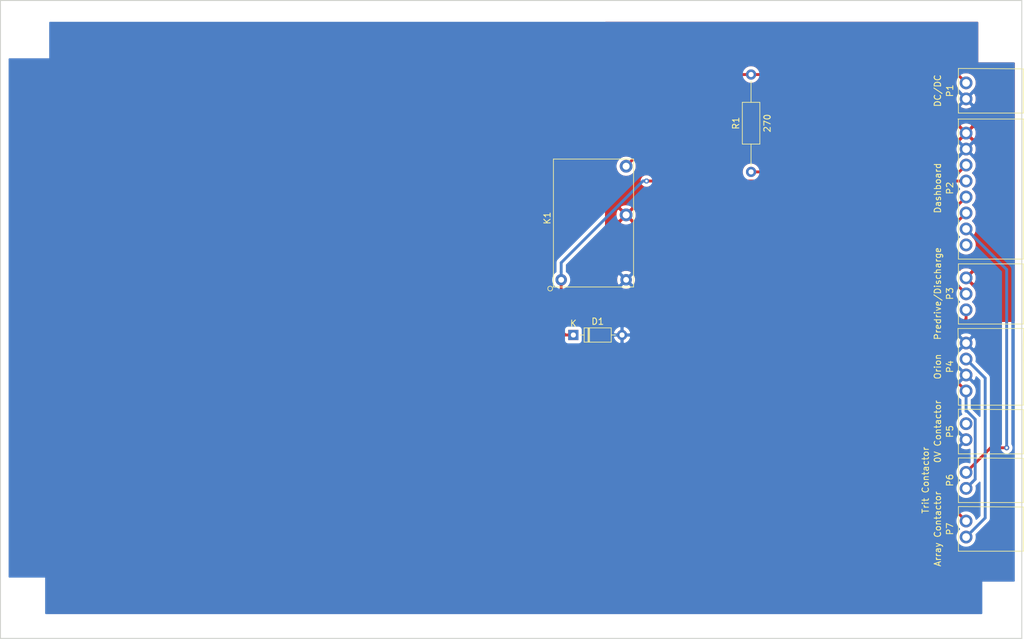
<source format=kicad_pcb>
(kicad_pcb (version 20171130) (host pcbnew "(5.1.4)-1")

  (general
    (thickness 1.6)
    (drawings 8)
    (tracks 46)
    (zones 0)
    (modules 14)
    (nets 17)
  )

  (page A4)
  (layers
    (0 F.Cu signal)
    (31 B.Cu signal)
    (32 B.Adhes user)
    (33 F.Adhes user)
    (34 B.Paste user)
    (35 F.Paste user)
    (36 B.SilkS user)
    (37 F.SilkS user)
    (38 B.Mask user)
    (39 F.Mask user)
    (40 Dwgs.User user)
    (41 Cmts.User user)
    (42 Eco1.User user)
    (43 Eco2.User user)
    (44 Edge.Cuts user)
    (45 Margin user)
    (46 B.CrtYd user)
    (47 F.CrtYd user)
    (48 B.Fab user)
    (49 F.Fab user)
  )

  (setup
    (last_trace_width 0.45)
    (trace_clearance 0.2)
    (zone_clearance 0.508)
    (zone_45_only no)
    (trace_min 0.2)
    (via_size 0.8)
    (via_drill 0.4)
    (via_min_size 0.4)
    (via_min_drill 0.3)
    (uvia_size 0.3)
    (uvia_drill 0.1)
    (uvias_allowed no)
    (uvia_min_size 0.2)
    (uvia_min_drill 0.1)
    (edge_width 0.15)
    (segment_width 0.2)
    (pcb_text_width 0.3)
    (pcb_text_size 1.5 1.5)
    (mod_edge_width 0.15)
    (mod_text_size 1 1)
    (mod_text_width 0.15)
    (pad_size 1.524 1.524)
    (pad_drill 0.762)
    (pad_to_mask_clearance 0.2)
    (aux_axis_origin 0 0)
    (grid_origin 55.08 144.93)
    (visible_elements 7FFFFFFF)
    (pcbplotparams
      (layerselection 0x010fc_ffffffff)
      (usegerberextensions false)
      (usegerberattributes false)
      (usegerberadvancedattributes false)
      (creategerberjobfile false)
      (excludeedgelayer true)
      (linewidth 0.100000)
      (plotframeref false)
      (viasonmask false)
      (mode 1)
      (useauxorigin false)
      (hpglpennumber 1)
      (hpglpenspeed 20)
      (hpglpendiameter 15.000000)
      (psnegative false)
      (psa4output false)
      (plotreference true)
      (plotvalue true)
      (plotinvisibletext false)
      (padsonsilk false)
      (subtractmaskfromsilk false)
      (outputformat 1)
      (mirror false)
      (drillshape 0)
      (scaleselection 1)
      (outputdirectory "SafeGerber/"))
  )

  (net 0 "")
  (net 1 "Net-(MK1-Pad1)")
  (net 2 "Net-(MK2-Pad1)")
  (net 3 "Net-(MK3-Pad1)")
  (net 4 "Net-(MK4-Pad1)")
  (net 5 "Net-(D1-Pad1)")
  (net 6 GND)
  (net 7 12VInt)
  (net 8 "Net-(K1-Pad4)")
  (net 9 "Net-(P2-Pad8)")
  (net 10 "Net-(P2-Pad7)")
  (net 11 "Net-(P2-Pad6)")
  (net 12 "Net-(P2-Pad5)")
  (net 13 "Net-(P2-Pad3)")
  (net 14 "Net-(P3-Pad3)")
  (net 15 "Net-(P4-Pad2)")
  (net 16 "Net-(P5-Pad1)")

  (net_class Default "This is the default net class."
    (clearance 0.2)
    (trace_width 0.45)
    (via_dia 0.8)
    (via_drill 0.4)
    (uvia_dia 0.3)
    (uvia_drill 0.1)
    (add_net 12VInt)
    (add_net GND)
    (add_net "Net-(D1-Pad1)")
    (add_net "Net-(K1-Pad4)")
    (add_net "Net-(MK1-Pad1)")
    (add_net "Net-(MK2-Pad1)")
    (add_net "Net-(MK3-Pad1)")
    (add_net "Net-(MK4-Pad1)")
    (add_net "Net-(P2-Pad3)")
    (add_net "Net-(P2-Pad5)")
    (add_net "Net-(P2-Pad6)")
    (add_net "Net-(P2-Pad7)")
    (add_net "Net-(P2-Pad8)")
    (add_net "Net-(P3-Pad3)")
    (add_net "Net-(P4-Pad2)")
    (add_net "Net-(P5-Pad1)")
  )

  (module Mounting_Holes:MountingHole_2.7mm (layer F.Cu) (tedit 5A6CF9C5) (tstamp 597559B3)
    (at 58.6 139.45)
    (descr "Mounting Hole 2.7mm, no annular")
    (tags "mounting hole 2.7mm no annular")
    (path /5A6CFFFA)
    (fp_text reference MK3 (at 0 -3.7) (layer F.SilkS) hide
      (effects (font (size 1 1) (thickness 0.15)))
    )
    (fp_text value Mounting_Hole_PAD (at 0 3.7) (layer F.Fab) hide
      (effects (font (size 1 1) (thickness 0.15)))
    )
    (fp_circle (center 0 0) (end 2.7 0) (layer Cmts.User) (width 0.15))
    (fp_circle (center 0 0) (end 2.95 0) (layer F.CrtYd) (width 0.05))
    (pad 1 np_thru_hole circle (at 0 0) (size 2.7 2.7) (drill 2.7) (layers *.Cu *.Mask)
      (net 3 "Net-(MK3-Pad1)"))
  )

  (module Mounting_Holes:MountingHole_2.7mm (layer F.Cu) (tedit 5A6CF9B3) (tstamp 59755B13)
    (at 58.6 50.55)
    (descr "Mounting Hole 2.7mm, no annular")
    (tags "mounting hole 2.7mm no annular")
    (path /5A6CFED2)
    (fp_text reference MK1 (at 0 -3.7) (layer F.SilkS) hide
      (effects (font (size 1 1) (thickness 0.15)))
    )
    (fp_text value Mounting_Hole_PAD (at 0 3.7) (layer F.Fab) hide
      (effects (font (size 1 1) (thickness 0.15)))
    )
    (fp_circle (center 0 0) (end 2.7 0) (layer Cmts.User) (width 0.15))
    (fp_circle (center 0 0) (end 2.95 0) (layer F.CrtYd) (width 0.05))
    (pad 1 np_thru_hole circle (at 0 0) (size 2.7 2.7) (drill 2.7) (layers *.Cu *.Mask)
      (net 1 "Net-(MK1-Pad1)"))
  )

  (module Mounting_Holes:MountingHole_2.7mm (layer F.Cu) (tedit 5A6CF9D1) (tstamp 59755F5D)
    (at 212.24 139.45)
    (descr "Mounting Hole 2.7mm, no annular")
    (tags "mounting hole 2.7mm no annular")
    (path /5A6D003F)
    (fp_text reference MK4 (at 0 -3.7) (layer F.SilkS) hide
      (effects (font (size 1 1) (thickness 0.15)))
    )
    (fp_text value Mounting_Hole_PAD (at 0 3.7) (layer F.Fab) hide
      (effects (font (size 1 1) (thickness 0.15)))
    )
    (fp_circle (center 0 0) (end 2.7 0) (layer Cmts.User) (width 0.15))
    (fp_circle (center 0 0) (end 2.95 0) (layer F.CrtYd) (width 0.05))
    (pad 1 np_thru_hole circle (at 0 0) (size 2.7 2.7) (drill 2.7) (layers *.Cu *.Mask)
      (net 4 "Net-(MK4-Pad1)"))
  )

  (module Mounting_Holes:MountingHole_2.7mm (layer F.Cu) (tedit 5A6CF9BC) (tstamp 59755F56)
    (at 212.24 50.55)
    (descr "Mounting Hole 2.7mm, no annular")
    (tags "mounting hole 2.7mm no annular")
    (path /5A6CFF98)
    (fp_text reference MK2 (at 0 -3.7) (layer F.SilkS) hide
      (effects (font (size 1 1) (thickness 0.15)))
    )
    (fp_text value Mounting_Hole_PAD (at 0 3.7) (layer F.Fab) hide
      (effects (font (size 1 1) (thickness 0.15)))
    )
    (fp_circle (center 0 0) (end 2.7 0) (layer Cmts.User) (width 0.15))
    (fp_circle (center 0 0) (end 2.95 0) (layer F.CrtYd) (width 0.05))
    (pad 1 np_thru_hole circle (at 0 0) (size 2.7 2.7) (drill 2.7) (layers *.Cu *.Mask)
      (net 2 "Net-(MK2-Pad1)"))
  )

  (module Diode_THT:D_DO-35_SOD27_P7.62mm_Horizontal (layer F.Cu) (tedit 5AE50CD5) (tstamp 5D75C4B7)
    (at 144.742 97.432)
    (descr "Diode, DO-35_SOD27 series, Axial, Horizontal, pin pitch=7.62mm, , length*diameter=4*2mm^2, , http://www.diodes.com/_files/packages/DO-35.pdf")
    (tags "Diode DO-35_SOD27 series Axial Horizontal pin pitch 7.62mm  length 4mm diameter 2mm")
    (path /5D75B0C7)
    (fp_text reference D1 (at 3.81 -2.12) (layer F.SilkS)
      (effects (font (size 1 1) (thickness 0.15)))
    )
    (fp_text value 1N914 (at 3.81 2.12) (layer F.Fab)
      (effects (font (size 1 1) (thickness 0.15)))
    )
    (fp_line (start 1.81 -1) (end 1.81 1) (layer F.Fab) (width 0.1))
    (fp_line (start 1.81 1) (end 5.81 1) (layer F.Fab) (width 0.1))
    (fp_line (start 5.81 1) (end 5.81 -1) (layer F.Fab) (width 0.1))
    (fp_line (start 5.81 -1) (end 1.81 -1) (layer F.Fab) (width 0.1))
    (fp_line (start 0 0) (end 1.81 0) (layer F.Fab) (width 0.1))
    (fp_line (start 7.62 0) (end 5.81 0) (layer F.Fab) (width 0.1))
    (fp_line (start 2.41 -1) (end 2.41 1) (layer F.Fab) (width 0.1))
    (fp_line (start 2.51 -1) (end 2.51 1) (layer F.Fab) (width 0.1))
    (fp_line (start 2.31 -1) (end 2.31 1) (layer F.Fab) (width 0.1))
    (fp_line (start 1.69 -1.12) (end 1.69 1.12) (layer F.SilkS) (width 0.12))
    (fp_line (start 1.69 1.12) (end 5.93 1.12) (layer F.SilkS) (width 0.12))
    (fp_line (start 5.93 1.12) (end 5.93 -1.12) (layer F.SilkS) (width 0.12))
    (fp_line (start 5.93 -1.12) (end 1.69 -1.12) (layer F.SilkS) (width 0.12))
    (fp_line (start 1.04 0) (end 1.69 0) (layer F.SilkS) (width 0.12))
    (fp_line (start 6.58 0) (end 5.93 0) (layer F.SilkS) (width 0.12))
    (fp_line (start 2.41 -1.12) (end 2.41 1.12) (layer F.SilkS) (width 0.12))
    (fp_line (start 2.53 -1.12) (end 2.53 1.12) (layer F.SilkS) (width 0.12))
    (fp_line (start 2.29 -1.12) (end 2.29 1.12) (layer F.SilkS) (width 0.12))
    (fp_line (start -1.05 -1.25) (end -1.05 1.25) (layer F.CrtYd) (width 0.05))
    (fp_line (start -1.05 1.25) (end 8.67 1.25) (layer F.CrtYd) (width 0.05))
    (fp_line (start 8.67 1.25) (end 8.67 -1.25) (layer F.CrtYd) (width 0.05))
    (fp_line (start 8.67 -1.25) (end -1.05 -1.25) (layer F.CrtYd) (width 0.05))
    (fp_text user %R (at 4.11 0) (layer F.Fab)
      (effects (font (size 0.8 0.8) (thickness 0.12)))
    )
    (fp_text user K (at 0 -1.8) (layer F.Fab)
      (effects (font (size 1 1) (thickness 0.15)))
    )
    (fp_text user K (at 0 -1.8) (layer F.SilkS)
      (effects (font (size 1 1) (thickness 0.15)))
    )
    (pad 1 thru_hole rect (at 0 0) (size 1.6 1.6) (drill 0.8) (layers *.Cu *.Mask)
      (net 5 "Net-(D1-Pad1)"))
    (pad 2 thru_hole oval (at 7.62 0) (size 1.6 1.6) (drill 0.8) (layers *.Cu *.Mask)
      (net 6 GND))
    (model ${KISYS3DMOD}/Diode_THT.3dshapes/D_DO-35_SOD27_P7.62mm_Horizontal.wrl
      (at (xyz 0 0 0))
      (scale (xyz 1 1 1))
      (rotate (xyz 0 0 0))
    )
  )

  (module PhoenixSmol:PhoenixSmol2 (layer F.Cu) (tedit 5D751783) (tstamp 5D75C4D6)
    (at 206.21 60.475 90)
    (descr "Terminal Block Phoenix MKDS-1,5-2, 2 pins, pitch 5mm, size 10x9.8mm^2, drill diamater 1.3mm, pad diameter 2.6mm, see http://www.farnell.com/datasheets/100425.pdf, script-generated using https://github.com/pointhi/kicad-footprint-generator/scripts/TerminalBlock_Phoenix")
    (tags "THT Terminal Block Phoenix MKDS-1,5-2 pitch 5mm size 10x9.8mm^2 drill 1.3mm pad 2.6mm")
    (path /5D756C88)
    (fp_text reference P1 (at 1.27 -2.54 90) (layer F.SilkS)
      (effects (font (size 1 1) (thickness 0.15)))
    )
    (fp_text value DC/DC (at 1.27 -4.445 90) (layer F.SilkS)
      (effects (font (size 1 1) (thickness 0.15)))
    )
    (fp_line (start -2.2 -1.2) (end 4.7 -1.2) (layer F.Fab) (width 0.12))
    (fp_line (start -2.2 8.9) (end 4.7 8.9) (layer F.Fab) (width 0.12))
    (fp_line (start 4.7 -1.2) (end 4.7 8.9) (layer F.Fab) (width 0.12))
    (fp_line (start -2.2 -1.2) (end -2.2 8.9) (layer F.Fab) (width 0.12))
    (fp_line (start -2.2225 -1.2065) (end 4.7625 -1.2065) (layer F.SilkS) (width 0.12))
    (fp_line (start 4.7625 -1.2065) (end 4.699 8.9535) (layer F.SilkS) (width 0.12))
    (fp_line (start 4.699 8.9535) (end -2.2225 8.9535) (layer F.SilkS) (width 0.12))
    (fp_line (start -2.2225 8.9535) (end -2.2225 -1.2065) (layer F.SilkS) (width 0.12))
    (pad 2 thru_hole circle (at 0 0 90) (size 2 2) (drill 1.2) (layers *.Cu *.Mask)
      (net 6 GND))
    (pad 1 thru_hole circle (at 2.5 0 90) (size 2 2) (drill 1.2) (layers *.Cu *.Mask)
      (net 8 "Net-(K1-Pad4)"))
    (model ${KISYS3DMOD}/TerminalBlock_Phoenix.3dshapes/TerminalBlock_Phoenix_MKDS-1,5-2_1x02_P5.00mm_Horizontal.wrl
      (at (xyz 0 0 0))
      (scale (xyz 1 1 1))
      (rotate (xyz 0 0 0))
    )
  )

  (module PhoenixSmol:PhoenixSmol8 (layer F.Cu) (tedit 5D752BF1) (tstamp 5D75C4EA)
    (at 206.21 83.335 90)
    (descr "Terminal Block Phoenix MKDS-1,5-2, 2 pins, pitch 5mm, size 10x9.8mm^2, drill diamater 1.3mm, pad diameter 2.6mm, see http://www.farnell.com/datasheets/100425.pdf, script-generated using https://github.com/pointhi/kicad-footprint-generator/scripts/TerminalBlock_Phoenix")
    (tags "THT Terminal Block Phoenix MKDS-1,5-2 pitch 5mm size 10x9.8mm^2 drill 1.3mm pad 2.6mm")
    (path /5D75718B)
    (fp_text reference P2 (at 8.89 -2.54 90) (layer F.SilkS)
      (effects (font (size 1 1) (thickness 0.15)))
    )
    (fp_text value Dashboard (at 8.89 -4.445 90) (layer F.SilkS)
      (effects (font (size 1 1) (thickness 0.15)))
    )
    (fp_line (start -2.2 -1.2) (end 19.7 -1.2) (layer F.Fab) (width 0.12))
    (fp_line (start -2.2 8.9) (end 19.7 8.9) (layer F.Fab) (width 0.12))
    (fp_line (start 19.7 -1.2) (end 19.7 8.9) (layer F.Fab) (width 0.12))
    (fp_line (start -2.2 -1.2) (end -2.2 8.9) (layer F.Fab) (width 0.12))
    (fp_line (start -2.2225 -1.2065) (end 19.7 -1.2065) (layer F.SilkS) (width 0.12))
    (fp_line (start 19.7 8.9535) (end -2.2225 8.9535) (layer F.SilkS) (width 0.12))
    (fp_line (start -2.2225 8.9535) (end -2.2225 -1.2065) (layer F.SilkS) (width 0.12))
    (fp_line (start 19.7 -1.27) (end 19.7 9.017) (layer F.SilkS) (width 0.12))
    (pad 8 thru_hole circle (at 0 0 90) (size 2 2) (drill 1.2) (layers *.Cu *.Mask)
      (net 9 "Net-(P2-Pad8)"))
    (pad 7 thru_hole circle (at 2.5 0 90) (size 2 2) (drill 1.2) (layers *.Cu *.Mask)
      (net 10 "Net-(P2-Pad7)"))
    (pad 6 thru_hole circle (at 5 0 90) (size 2 2) (drill 1.2) (layers *.Cu *.Mask)
      (net 11 "Net-(P2-Pad6)"))
    (pad 5 thru_hole circle (at 7.5 0 90) (size 2 2) (drill 1.2) (layers *.Cu *.Mask)
      (net 12 "Net-(P2-Pad5)"))
    (pad 4 thru_hole circle (at 10 0 90) (size 2 2) (drill 1.2) (layers *.Cu *.Mask)
      (net 5 "Net-(D1-Pad1)"))
    (pad 2 thru_hole circle (at 15 0 90) (size 2 2) (drill 1.2) (layers *.Cu *.Mask)
      (net 6 GND))
    (pad 1 thru_hole circle (at 17.5 0 90) (size 2 2) (drill 1.2) (layers *.Cu *.Mask)
      (net 7 12VInt))
    (pad 3 thru_hole circle (at 12.5 0 90) (size 2 2) (drill 1.2) (layers *.Cu *.Mask)
      (net 13 "Net-(P2-Pad3)"))
    (model ${KISYS3DMOD}/TerminalBlock_Phoenix.3dshapes/TerminalBlock_Phoenix_MKDS-1,5-2_1x02_P5.00mm_Horizontal.wrl
      (at (xyz 0 0 0))
      (scale (xyz 1 1 1))
      (rotate (xyz 0 0 0))
    )
  )

  (module PhoenixSmol:PhoenixSmol3 (layer F.Cu) (tedit 5D75184E) (tstamp 5D75C4FB)
    (at 206.21 93.495 90)
    (descr "Terminal Block Phoenix MKDS-1,5-2, 2 pins, pitch 5mm, size 10x9.8mm^2, drill diamater 1.3mm, pad diameter 2.6mm, see http://www.farnell.com/datasheets/100425.pdf, script-generated using https://github.com/pointhi/kicad-footprint-generator/scripts/TerminalBlock_Phoenix")
    (tags "THT Terminal Block Phoenix MKDS-1,5-2 pitch 5mm size 10x9.8mm^2 drill 1.3mm pad 2.6mm")
    (path /5D7576B3)
    (fp_text reference P3 (at 2.54 -2.54 90) (layer F.SilkS)
      (effects (font (size 1 1) (thickness 0.15)))
    )
    (fp_text value Predrive/Discharge (at 2.54 -4.445 90) (layer F.SilkS)
      (effects (font (size 1 1) (thickness 0.15)))
    )
    (fp_line (start -2.2 -1.2) (end 7.2 -1.2) (layer F.Fab) (width 0.12))
    (fp_line (start -2.2 8.9) (end 7.2 8.9) (layer F.Fab) (width 0.12))
    (fp_line (start 7.2 -1.2) (end 7.2 8.9) (layer F.Fab) (width 0.12))
    (fp_line (start -2.2 -1.2) (end -2.2 8.9) (layer F.Fab) (width 0.12))
    (fp_line (start -2.2225 -1.2065) (end 4.7625 -1.2065) (layer F.SilkS) (width 0.12))
    (fp_line (start 7.2 -1.2065) (end 7.2 8.9535) (layer F.SilkS) (width 0.12))
    (fp_line (start 4.699 8.9535) (end -2.2225 8.9535) (layer F.SilkS) (width 0.12))
    (fp_line (start -2.2225 8.9535) (end -2.2225 -1.2065) (layer F.SilkS) (width 0.12))
    (fp_line (start 7.2 -1.2065) (end 4.7625 -1.2065) (layer F.SilkS) (width 0.12))
    (fp_line (start 7.2 8.9535) (end 4.699 8.9535) (layer F.SilkS) (width 0.12))
    (pad 3 thru_hole circle (at 0 0 90) (size 2 2) (drill 1.2) (layers *.Cu *.Mask)
      (net 14 "Net-(P3-Pad3)"))
    (pad 2 thru_hole circle (at 2.5 0 90) (size 2 2) (drill 1.2) (layers *.Cu *.Mask)
      (net 11 "Net-(P2-Pad6)"))
    (pad 1 thru_hole circle (at 5 0 90) (size 2 2) (drill 1.2) (layers *.Cu *.Mask)
      (net 7 12VInt))
    (model ${KISYS3DMOD}/TerminalBlock_Phoenix.3dshapes/TerminalBlock_Phoenix_MKDS-1,5-2_1x02_P5.00mm_Horizontal.wrl
      (at (xyz 0 0 0))
      (scale (xyz 1 1 1))
      (rotate (xyz 0 0 0))
    )
  )

  (module PhoenixSmol:PhoenixSmol4 (layer F.Cu) (tedit 5D752BF8) (tstamp 5D75C50F)
    (at 206.21 106.195 90)
    (descr "Terminal Block Phoenix MKDS-1,5-2, 2 pins, pitch 5mm, size 10x9.8mm^2, drill diamater 1.3mm, pad diameter 2.6mm, see http://www.farnell.com/datasheets/100425.pdf, script-generated using https://github.com/pointhi/kicad-footprint-generator/scripts/TerminalBlock_Phoenix")
    (tags "THT Terminal Block Phoenix MKDS-1,5-2 pitch 5mm size 10x9.8mm^2 drill 1.3mm pad 2.6mm")
    (path /5D757900)
    (fp_text reference P4 (at 3.81 -2.54 90) (layer F.SilkS)
      (effects (font (size 1 1) (thickness 0.15)))
    )
    (fp_text value Orion (at 3.81 -4.445 90) (layer F.SilkS)
      (effects (font (size 1 1) (thickness 0.15)))
    )
    (fp_line (start -2.2 -1.2) (end 9.7 -1.2) (layer F.Fab) (width 0.12))
    (fp_line (start -2.2 8.9) (end 9.7 8.9) (layer F.Fab) (width 0.12))
    (fp_line (start 9.7 -1.2) (end 9.7 8.9) (layer F.Fab) (width 0.12))
    (fp_line (start -2.2 -1.2) (end -2.2 8.9) (layer F.Fab) (width 0.12))
    (fp_line (start -2.2225 -1.2065) (end 4.7625 -1.2065) (layer F.SilkS) (width 0.12))
    (fp_line (start 4.699 8.9535) (end -2.2225 8.9535) (layer F.SilkS) (width 0.12))
    (fp_line (start -2.2225 8.9535) (end -2.2225 -1.2065) (layer F.SilkS) (width 0.12))
    (fp_line (start 7.2 -1.2065) (end 4.7625 -1.2065) (layer F.SilkS) (width 0.12))
    (fp_line (start 7.2 8.9535) (end 4.699 8.9535) (layer F.SilkS) (width 0.12))
    (fp_line (start 7.2 -1.2065) (end 9.779 -1.27) (layer F.SilkS) (width 0.12))
    (fp_line (start 9.779 -1.27) (end 9.779 9.017) (layer F.SilkS) (width 0.12))
    (fp_line (start 9.779 9.017) (end 7.2 8.9535) (layer F.SilkS) (width 0.12))
    (pad 4 thru_hole circle (at 0 0 90) (size 2 2) (drill 1.2) (layers *.Cu *.Mask)
      (net 14 "Net-(P3-Pad3)"))
    (pad 3 thru_hole circle (at 2.5 0 90) (size 2 2) (drill 1.2) (layers *.Cu *.Mask)
      (net 6 GND))
    (pad 2 thru_hole circle (at 5 0 90) (size 2 2) (drill 1.2) (layers *.Cu *.Mask)
      (net 15 "Net-(P4-Pad2)"))
    (pad 1 thru_hole circle (at 7.5 0 90) (size 2 2) (drill 1.2) (layers *.Cu *.Mask)
      (net 6 GND))
    (model ${KISYS3DMOD}/TerminalBlock_Phoenix.3dshapes/TerminalBlock_Phoenix_MKDS-1,5-2_1x02_P5.00mm_Horizontal.wrl
      (at (xyz 0 0 0))
      (scale (xyz 1 1 1))
      (rotate (xyz 0 0 0))
    )
  )

  (module PhoenixSmol:PhoenixSmol2 (layer F.Cu) (tedit 5D751783) (tstamp 5D75C51D)
    (at 206.21 113.815 90)
    (descr "Terminal Block Phoenix MKDS-1,5-2, 2 pins, pitch 5mm, size 10x9.8mm^2, drill diamater 1.3mm, pad diameter 2.6mm, see http://www.farnell.com/datasheets/100425.pdf, script-generated using https://github.com/pointhi/kicad-footprint-generator/scripts/TerminalBlock_Phoenix")
    (tags "THT Terminal Block Phoenix MKDS-1,5-2 pitch 5mm size 10x9.8mm^2 drill 1.3mm pad 2.6mm")
    (path /5D757EDE)
    (fp_text reference P5 (at 1.27 -2.54 90) (layer F.SilkS)
      (effects (font (size 1 1) (thickness 0.15)))
    )
    (fp_text value "0V Contactor" (at 1.27 -4.445 90) (layer F.SilkS)
      (effects (font (size 1 1) (thickness 0.15)))
    )
    (fp_line (start -2.2225 8.9535) (end -2.2225 -1.2065) (layer F.SilkS) (width 0.12))
    (fp_line (start 4.699 8.9535) (end -2.2225 8.9535) (layer F.SilkS) (width 0.12))
    (fp_line (start 4.7625 -1.2065) (end 4.699 8.9535) (layer F.SilkS) (width 0.12))
    (fp_line (start -2.2225 -1.2065) (end 4.7625 -1.2065) (layer F.SilkS) (width 0.12))
    (fp_line (start -2.2 -1.2) (end -2.2 8.9) (layer F.Fab) (width 0.12))
    (fp_line (start 4.7 -1.2) (end 4.7 8.9) (layer F.Fab) (width 0.12))
    (fp_line (start -2.2 8.9) (end 4.7 8.9) (layer F.Fab) (width 0.12))
    (fp_line (start -2.2 -1.2) (end 4.7 -1.2) (layer F.Fab) (width 0.12))
    (pad 1 thru_hole circle (at 2.5 0 90) (size 2 2) (drill 1.2) (layers *.Cu *.Mask)
      (net 16 "Net-(P5-Pad1)"))
    (pad 2 thru_hole circle (at 0 0 90) (size 2 2) (drill 1.2) (layers *.Cu *.Mask)
      (net 6 GND))
    (model ${KISYS3DMOD}/TerminalBlock_Phoenix.3dshapes/TerminalBlock_Phoenix_MKDS-1,5-2_1x02_P5.00mm_Horizontal.wrl
      (at (xyz 0 0 0))
      (scale (xyz 1 1 1))
      (rotate (xyz 0 0 0))
    )
  )

  (module PhoenixSmol:PhoenixSmol2 (layer F.Cu) (tedit 5D751783) (tstamp 5D75C52B)
    (at 206.21 121.435 90)
    (descr "Terminal Block Phoenix MKDS-1,5-2, 2 pins, pitch 5mm, size 10x9.8mm^2, drill diamater 1.3mm, pad diameter 2.6mm, see http://www.farnell.com/datasheets/100425.pdf, script-generated using https://github.com/pointhi/kicad-footprint-generator/scripts/TerminalBlock_Phoenix")
    (tags "THT Terminal Block Phoenix MKDS-1,5-2 pitch 5mm size 10x9.8mm^2 drill 1.3mm pad 2.6mm")
    (path /5D7581A6)
    (fp_text reference P6 (at 1.27 -2.54 90) (layer F.SilkS)
      (effects (font (size 1 1) (thickness 0.15)))
    )
    (fp_text value "Trit Contactor" (at 1.27 -6.35 90) (layer F.SilkS)
      (effects (font (size 1 1) (thickness 0.15)))
    )
    (fp_line (start -2.2 -1.2) (end 4.7 -1.2) (layer F.Fab) (width 0.12))
    (fp_line (start -2.2 8.9) (end 4.7 8.9) (layer F.Fab) (width 0.12))
    (fp_line (start 4.7 -1.2) (end 4.7 8.9) (layer F.Fab) (width 0.12))
    (fp_line (start -2.2 -1.2) (end -2.2 8.9) (layer F.Fab) (width 0.12))
    (fp_line (start -2.2225 -1.2065) (end 4.7625 -1.2065) (layer F.SilkS) (width 0.12))
    (fp_line (start 4.7625 -1.2065) (end 4.699 8.9535) (layer F.SilkS) (width 0.12))
    (fp_line (start 4.699 8.9535) (end -2.2225 8.9535) (layer F.SilkS) (width 0.12))
    (fp_line (start -2.2225 8.9535) (end -2.2225 -1.2065) (layer F.SilkS) (width 0.12))
    (pad 2 thru_hole circle (at 0 0 90) (size 2 2) (drill 1.2) (layers *.Cu *.Mask)
      (net 14 "Net-(P3-Pad3)"))
    (pad 1 thru_hole circle (at 2.5 0 90) (size 2 2) (drill 1.2) (layers *.Cu *.Mask)
      (net 10 "Net-(P2-Pad7)"))
    (model ${KISYS3DMOD}/TerminalBlock_Phoenix.3dshapes/TerminalBlock_Phoenix_MKDS-1,5-2_1x02_P5.00mm_Horizontal.wrl
      (at (xyz 0 0 0))
      (scale (xyz 1 1 1))
      (rotate (xyz 0 0 0))
    )
  )

  (module PhoenixSmol:PhoenixSmol2 (layer F.Cu) (tedit 5D751783) (tstamp 5D75C539)
    (at 206.21 129.055 90)
    (descr "Terminal Block Phoenix MKDS-1,5-2, 2 pins, pitch 5mm, size 10x9.8mm^2, drill diamater 1.3mm, pad diameter 2.6mm, see http://www.farnell.com/datasheets/100425.pdf, script-generated using https://github.com/pointhi/kicad-footprint-generator/scripts/TerminalBlock_Phoenix")
    (tags "THT Terminal Block Phoenix MKDS-1,5-2 pitch 5mm size 10x9.8mm^2 drill 1.3mm pad 2.6mm")
    (path /5D758521)
    (fp_text reference P7 (at 1.27 -2.54 90) (layer F.SilkS)
      (effects (font (size 1 1) (thickness 0.15)))
    )
    (fp_text value "Array Contactor" (at 1.27 -4.445 90) (layer F.SilkS)
      (effects (font (size 1 1) (thickness 0.15)))
    )
    (fp_line (start -2.2225 8.9535) (end -2.2225 -1.2065) (layer F.SilkS) (width 0.12))
    (fp_line (start 4.699 8.9535) (end -2.2225 8.9535) (layer F.SilkS) (width 0.12))
    (fp_line (start 4.7625 -1.2065) (end 4.699 8.9535) (layer F.SilkS) (width 0.12))
    (fp_line (start -2.2225 -1.2065) (end 4.7625 -1.2065) (layer F.SilkS) (width 0.12))
    (fp_line (start -2.2 -1.2) (end -2.2 8.9) (layer F.Fab) (width 0.12))
    (fp_line (start 4.7 -1.2) (end 4.7 8.9) (layer F.Fab) (width 0.12))
    (fp_line (start -2.2 8.9) (end 4.7 8.9) (layer F.Fab) (width 0.12))
    (fp_line (start -2.2 -1.2) (end 4.7 -1.2) (layer F.Fab) (width 0.12))
    (pad 1 thru_hole circle (at 2.5 0 90) (size 2 2) (drill 1.2) (layers *.Cu *.Mask)
      (net 12 "Net-(P2-Pad5)"))
    (pad 2 thru_hole circle (at 0 0 90) (size 2 2) (drill 1.2) (layers *.Cu *.Mask)
      (net 15 "Net-(P4-Pad2)"))
    (model ${KISYS3DMOD}/TerminalBlock_Phoenix.3dshapes/TerminalBlock_Phoenix_MKDS-1,5-2_1x02_P5.00mm_Horizontal.wrl
      (at (xyz 0 0 0))
      (scale (xyz 1 1 1))
      (rotate (xyz 0 0 0))
    )
  )

  (module Resistor_THT:R_Axial_DIN0207_L6.3mm_D2.5mm_P15.24mm_Horizontal (layer F.Cu) (tedit 5AE5139B) (tstamp 5D75C550)
    (at 172.555 71.905 90)
    (descr "Resistor, Axial_DIN0207 series, Axial, Horizontal, pin pitch=15.24mm, 0.25W = 1/4W, length*diameter=6.3*2.5mm^2, http://cdn-reichelt.de/documents/datenblatt/B400/1_4W%23YAG.pdf")
    (tags "Resistor Axial_DIN0207 series Axial Horizontal pin pitch 15.24mm 0.25W = 1/4W length 6.3mm diameter 2.5mm")
    (path /5D75D8C5)
    (fp_text reference R1 (at 7.62 -2.37 90) (layer F.SilkS)
      (effects (font (size 1 1) (thickness 0.15)))
    )
    (fp_text value 270 (at 7.62 2.54 90) (layer F.SilkS)
      (effects (font (size 1 1) (thickness 0.15)))
    )
    (fp_line (start 4.47 -1.25) (end 4.47 1.25) (layer F.Fab) (width 0.1))
    (fp_line (start 4.47 1.25) (end 10.77 1.25) (layer F.Fab) (width 0.1))
    (fp_line (start 10.77 1.25) (end 10.77 -1.25) (layer F.Fab) (width 0.1))
    (fp_line (start 10.77 -1.25) (end 4.47 -1.25) (layer F.Fab) (width 0.1))
    (fp_line (start 0 0) (end 4.47 0) (layer F.Fab) (width 0.1))
    (fp_line (start 15.24 0) (end 10.77 0) (layer F.Fab) (width 0.1))
    (fp_line (start 4.35 -1.37) (end 4.35 1.37) (layer F.SilkS) (width 0.12))
    (fp_line (start 4.35 1.37) (end 10.89 1.37) (layer F.SilkS) (width 0.12))
    (fp_line (start 10.89 1.37) (end 10.89 -1.37) (layer F.SilkS) (width 0.12))
    (fp_line (start 10.89 -1.37) (end 4.35 -1.37) (layer F.SilkS) (width 0.12))
    (fp_line (start 1.04 0) (end 4.35 0) (layer F.SilkS) (width 0.12))
    (fp_line (start 14.2 0) (end 10.89 0) (layer F.SilkS) (width 0.12))
    (fp_line (start -1.05 -1.5) (end -1.05 1.5) (layer F.CrtYd) (width 0.05))
    (fp_line (start -1.05 1.5) (end 16.29 1.5) (layer F.CrtYd) (width 0.05))
    (fp_line (start 16.29 1.5) (end 16.29 -1.5) (layer F.CrtYd) (width 0.05))
    (fp_line (start 16.29 -1.5) (end -1.05 -1.5) (layer F.CrtYd) (width 0.05))
    (fp_text user %R (at 7.62 0 90) (layer F.Fab)
      (effects (font (size 1 1) (thickness 0.15)))
    )
    (pad 1 thru_hole circle (at 0 0 90) (size 1.6 1.6) (drill 0.8) (layers *.Cu *.Mask)
      (net 13 "Net-(P2-Pad3)"))
    (pad 2 thru_hole oval (at 15.24 0 90) (size 1.6 1.6) (drill 0.8) (layers *.Cu *.Mask)
      (net 8 "Net-(K1-Pad4)"))
    (model ${KISYS3DMOD}/Resistor_THT.3dshapes/R_Axial_DIN0207_L6.3mm_D2.5mm_P15.24mm_Horizontal.wrl
      (at (xyz 0 0 0))
      (scale (xyz 1 1 1))
      (rotate (xyz 0 0 0))
    )
  )

  (module DUEMRelays:DKRelay (layer F.Cu) (tedit 5D757F16) (tstamp 5D75DD67)
    (at 142.837 88.796 90)
    (path /5D7588FC)
    (fp_text reference K1 (at 9.652 -2.1844 90) (layer F.SilkS)
      (effects (font (size 1 1) (thickness 0.15)))
    )
    (fp_text value DK (at 9.0424 12.4968 90) (layer F.Fab)
      (effects (font (size 1 1) (thickness 0.15)))
    )
    (fp_line (start 18.89 -1.2) (end 18.89 11.3) (layer F.Fab) (width 0.12))
    (fp_line (start 18.89 11.3) (end -1.11 11.3) (layer F.Fab) (width 0.12))
    (fp_line (start -1.11 11.3) (end -1.11 -1.2) (layer F.Fab) (width 0.12))
    (fp_line (start -1.11 -1.2) (end 18.89 -1.2) (layer F.Fab) (width 0.12))
    (fp_line (start -1.1176 11.3284) (end -1.1176 -1.2192) (layer F.SilkS) (width 0.12))
    (fp_line (start -1.1176 -1.2192) (end 18.8976 -1.2192) (layer F.SilkS) (width 0.12))
    (fp_line (start 18.8976 -1.2192) (end 18.8976 11.3284) (layer F.SilkS) (width 0.12))
    (fp_line (start 18.8976 11.3284) (end -1.1176 11.3284) (layer F.SilkS) (width 0.12))
    (fp_circle (center -1.3716 -1.7272) (end -1.016 -1.8288) (layer F.SilkS) (width 0.12))
    (pad 6 thru_hole circle (at 0 0 90) (size 1.8 1.8) (drill 0.9) (layers *.Cu *.Mask)
      (net 5 "Net-(D1-Pad1)"))
    (pad 1 thru_hole circle (at 0 10.16 90) (size 1.8 1.8) (drill 0.9) (layers *.Cu *.Mask)
      (net 6 GND))
    (pad 3 thru_hole circle (at 10.16 10.16 90) (size 2 2) (drill 1.1) (layers *.Cu *.Mask)
      (net 7 12VInt))
    (pad 4 thru_hole circle (at 17.78 10.16 90) (size 2 2) (drill 1.1) (layers *.Cu *.Mask)
      (net 8 "Net-(K1-Pad4)"))
  )

  (gr_line (start 214.9 47.5) (end 55.1 47.5) (angle 90) (layer F.CrtYd) (width 0.2))
  (gr_line (start 55.1 47.5) (end 214.9 47.5) (angle 90) (layer B.CrtYd) (width 0.2))
  (gr_line (start 55.1 142.5) (end 214.9 142.5) (angle 90) (layer B.CrtYd) (width 0.2) (tstamp 59795C8A))
  (gr_line (start 55.1 142.5) (end 214.9 142.5) (angle 90) (layer F.CrtYd) (width 0.2))
  (gr_line (start 55.075 144.925) (end 214.925 144.925) (angle 90) (layer Edge.Cuts) (width 0.15))
  (gr_line (start 55.075 45.075) (end 55.075 144.925) (angle 90) (layer Edge.Cuts) (width 0.15))
  (gr_line (start 214.925 45.075) (end 55.075 45.075) (angle 90) (layer Edge.Cuts) (width 0.15))
  (gr_line (start 214.925 144.925) (end 214.925 45.075) (angle 90) (layer Edge.Cuts) (width 0.15))

  (segment (start 206.21 73.335) (end 156.188998 73.335) (width 0.45) (layer F.Cu) (net 5))
  (segment (start 143.492 97.432) (end 144.742 97.432) (width 0.45) (layer F.Cu) (net 5))
  (segment (start 142.837 96.777) (end 143.492 97.432) (width 0.45) (layer F.Cu) (net 5))
  (segment (start 142.837 88.796) (end 142.837 96.777) (width 0.45) (layer F.Cu) (net 5))
  (via (at 156.188998 73.335) (size 0.8) (drill 0.4) (layers F.Cu B.Cu) (net 5))
  (segment (start 142.837 87.523208) (end 142.837 88.796) (width 0.45) (layer B.Cu) (net 5))
  (segment (start 142.837 86.121313) (end 142.837 87.523208) (width 0.45) (layer B.Cu) (net 5))
  (segment (start 155.623313 73.335) (end 142.837 86.121313) (width 0.45) (layer B.Cu) (net 5))
  (segment (start 156.188998 73.335) (end 155.623313 73.335) (width 0.45) (layer B.Cu) (net 5))
  (segment (start 204.9 56.665) (end 206.21 57.975) (width 0.45) (layer F.Cu) (net 8))
  (segment (start 172.555 56.665) (end 204.9 56.665) (width 0.45) (layer F.Cu) (net 8))
  (segment (start 172.555 56.665) (end 167.475 56.665) (width 0.45) (layer F.Cu) (net 8))
  (segment (start 154.123999 70.016001) (end 167.475 56.665) (width 0.45) (layer F.Cu) (net 8))
  (segment (start 153.996999 70.016001) (end 154.123999 70.016001) (width 0.45) (layer F.Cu) (net 8))
  (segment (start 152.997 71.016) (end 153.996999 70.016001) (width 0.45) (layer F.Cu) (net 8))
  (via (at 212.56 115.085) (size 0.8) (drill 0.4) (layers F.Cu B.Cu) (net 10))
  (segment (start 206.21 80.835) (end 212.56 87.185) (width 0.45) (layer B.Cu) (net 10))
  (segment (start 212.56 87.185) (end 212.56 115.085) (width 0.45) (layer B.Cu) (net 10))
  (segment (start 210.06 115.085) (end 206.21 118.935) (width 0.45) (layer F.Cu) (net 10))
  (segment (start 212.56 115.085) (end 210.06 115.085) (width 0.45) (layer F.Cu) (net 10))
  (segment (start 204.434988 80.110012) (end 206.21 78.335) (width 0.45) (layer F.Cu) (net 11))
  (segment (start 206.21 90.995) (end 204.434988 89.219988) (width 0.45) (layer F.Cu) (net 11))
  (segment (start 204.434988 89.219988) (end 204.434988 80.110012) (width 0.45) (layer F.Cu) (net 11))
  (segment (start 205.210001 125.555001) (end 206.21 126.555) (width 0.45) (layer F.Cu) (net 12))
  (segment (start 201.765 122.11) (end 205.210001 125.555001) (width 0.45) (layer F.Cu) (net 12))
  (segment (start 201.765 80.28) (end 201.765 122.11) (width 0.45) (layer F.Cu) (net 12))
  (segment (start 206.21 75.835) (end 201.765 80.28) (width 0.45) (layer F.Cu) (net 12))
  (segment (start 205.14 71.905) (end 206.21 70.835) (width 0.45) (layer F.Cu) (net 13))
  (segment (start 172.555 71.905) (end 205.14 71.905) (width 0.45) (layer F.Cu) (net 13))
  (segment (start 206.21 106.195) (end 206.21 109.353998) (width 0.45) (layer B.Cu) (net 14))
  (segment (start 205.210001 105.195001) (end 206.21 106.195) (width 0.45) (layer F.Cu) (net 14))
  (segment (start 206.21 94.909213) (end 204.884999 96.234214) (width 0.45) (layer F.Cu) (net 14))
  (segment (start 206.21 93.495) (end 206.21 94.909213) (width 0.45) (layer F.Cu) (net 14))
  (segment (start 204.884999 96.234214) (end 204.740786 96.234214) (width 0.45) (layer F.Cu) (net 14))
  (segment (start 204.740786 96.234214) (end 204.305 96.67) (width 0.45) (layer F.Cu) (net 14))
  (segment (start 204.305 96.67) (end 204.305 104.29) (width 0.45) (layer F.Cu) (net 14))
  (segment (start 204.305 104.29) (end 205.210001 105.195001) (width 0.45) (layer F.Cu) (net 14))
  (segment (start 207.209999 120.435001) (end 206.21 121.435) (width 0.45) (layer B.Cu) (net 14))
  (segment (start 207.635001 120.009999) (end 207.209999 120.435001) (width 0.45) (layer B.Cu) (net 14))
  (segment (start 207.635001 110.630999) (end 207.635001 120.009999) (width 0.45) (layer B.Cu) (net 14))
  (segment (start 206.358 109.353998) (end 207.635001 110.630999) (width 0.45) (layer B.Cu) (net 14))
  (segment (start 206.21 109.353998) (end 206.358 109.353998) (width 0.45) (layer B.Cu) (net 14))
  (segment (start 207.209999 128.055001) (end 206.21 129.055) (width 0.45) (layer B.Cu) (net 15))
  (segment (start 209.200011 126.064989) (end 207.209999 128.055001) (width 0.45) (layer B.Cu) (net 15))
  (segment (start 206.21 101.195) (end 209.200011 104.185011) (width 0.45) (layer B.Cu) (net 15))
  (segment (start 209.200011 104.185011) (end 209.200011 126.064989) (width 0.45) (layer B.Cu) (net 15))

  (zone (net 6) (net_name GND) (layer B.Cu) (tstamp 5D75CEA5) (hatch edge 0.508)
    (connect_pads (clearance 0.508))
    (min_thickness 0.254)
    (fill yes (arc_segments 32) (thermal_gap 0.508) (thermal_bridge_width 0.508))
    (polygon
      (pts
        (xy 208.115 48.41) (xy 208.115 54.76) (xy 213.83 54.76) (xy 213.83 136.04) (xy 208.75 136.04)
        (xy 208.75 141.12) (xy 62.065 141.12) (xy 62.065 135.405) (xy 56.35 135.405) (xy 56.35 54.125)
        (xy 62.7 54.125) (xy 62.7 48.41)
      )
    )
    (filled_polygon
      (pts
        (xy 207.988 54.76) (xy 207.99044 54.784776) (xy 207.997667 54.808601) (xy 208.009403 54.830557) (xy 208.025197 54.849803)
        (xy 208.044443 54.865597) (xy 208.066399 54.877333) (xy 208.090224 54.88456) (xy 208.115 54.887) (xy 213.703 54.887)
        (xy 213.703 135.913) (xy 208.75 135.913) (xy 208.725224 135.91544) (xy 208.701399 135.922667) (xy 208.679443 135.934403)
        (xy 208.660197 135.950197) (xy 208.644403 135.969443) (xy 208.632667 135.991399) (xy 208.62544 136.015224) (xy 208.623 136.04)
        (xy 208.623 140.993) (xy 62.192 140.993) (xy 62.192 135.405) (xy 62.18956 135.380224) (xy 62.182333 135.356399)
        (xy 62.170597 135.334443) (xy 62.154803 135.315197) (xy 62.135557 135.299403) (xy 62.113601 135.287667) (xy 62.089776 135.28044)
        (xy 62.065 135.278) (xy 56.477 135.278) (xy 56.477 113.877595) (xy 204.568282 113.877595) (xy 204.612039 114.196675)
        (xy 204.717205 114.501088) (xy 204.810186 114.675044) (xy 205.074587 114.770808) (xy 206.030395 113.815) (xy 205.074587 112.859192)
        (xy 204.810186 112.954956) (xy 204.669296 113.244571) (xy 204.587616 113.556108) (xy 204.568282 113.877595) (xy 56.477 113.877595)
        (xy 56.477 103.757595) (xy 204.568282 103.757595) (xy 204.612039 104.076675) (xy 204.717205 104.381088) (xy 204.810186 104.555044)
        (xy 205.074587 104.650808) (xy 206.030395 103.695) (xy 205.074587 102.739192) (xy 204.810186 102.834956) (xy 204.669296 103.124571)
        (xy 204.587616 103.436108) (xy 204.568282 103.757595) (xy 56.477 103.757595) (xy 56.477 101.033967) (xy 204.575 101.033967)
        (xy 204.575 101.356033) (xy 204.637832 101.671912) (xy 204.761082 101.969463) (xy 204.940013 102.237252) (xy 205.167748 102.464987)
        (xy 205.264935 102.529925) (xy 205.254192 102.559587) (xy 206.21 103.515395) (xy 206.224143 103.501253) (xy 206.403748 103.680858)
        (xy 206.389605 103.695) (xy 207.345413 104.650808) (xy 207.609814 104.555044) (xy 207.750704 104.265429) (xy 207.815825 104.017049)
        (xy 208.340011 104.541235) (xy 208.340011 110.134431) (xy 208.246055 110.019945) (xy 208.213243 109.993017) (xy 207.07 108.849775)
        (xy 207.07 107.586764) (xy 207.252252 107.464987) (xy 207.479987 107.237252) (xy 207.658918 106.969463) (xy 207.782168 106.671912)
        (xy 207.845 106.356033) (xy 207.845 106.033967) (xy 207.782168 105.718088) (xy 207.658918 105.420537) (xy 207.479987 105.152748)
        (xy 207.252252 104.925013) (xy 207.155065 104.860075) (xy 207.165808 104.830413) (xy 206.21 103.874605) (xy 205.254192 104.830413)
        (xy 205.264935 104.860075) (xy 205.167748 104.925013) (xy 204.940013 105.152748) (xy 204.761082 105.420537) (xy 204.637832 105.718088)
        (xy 204.575 106.033967) (xy 204.575 106.356033) (xy 204.637832 106.671912) (xy 204.761082 106.969463) (xy 204.940013 107.237252)
        (xy 205.167748 107.464987) (xy 205.35 107.586764) (xy 205.350001 109.311742) (xy 205.345839 109.353998) (xy 205.362444 109.522587)
        (xy 205.411619 109.684698) (xy 205.491476 109.8341) (xy 205.496873 109.840676) (xy 205.435537 109.866082) (xy 205.167748 110.045013)
        (xy 204.940013 110.272748) (xy 204.761082 110.540537) (xy 204.637832 110.838088) (xy 204.575 111.153967) (xy 204.575 111.476033)
        (xy 204.637832 111.791912) (xy 204.761082 112.089463) (xy 204.940013 112.357252) (xy 205.167748 112.584987) (xy 205.264935 112.649925)
        (xy 205.254192 112.679587) (xy 206.21 113.635395) (xy 206.224143 113.621253) (xy 206.403748 113.800858) (xy 206.389605 113.815)
        (xy 206.403748 113.829143) (xy 206.224143 114.008748) (xy 206.21 113.994605) (xy 205.254192 114.950413) (xy 205.349956 115.214814)
        (xy 205.639571 115.355704) (xy 205.951108 115.437384) (xy 206.272595 115.456718) (xy 206.591675 115.412961) (xy 206.775002 115.349627)
        (xy 206.775002 117.39932) (xy 206.686912 117.362832) (xy 206.371033 117.3) (xy 206.048967 117.3) (xy 205.733088 117.362832)
        (xy 205.435537 117.486082) (xy 205.167748 117.665013) (xy 204.940013 117.892748) (xy 204.761082 118.160537) (xy 204.637832 118.458088)
        (xy 204.575 118.773967) (xy 204.575 119.096033) (xy 204.637832 119.411912) (xy 204.761082 119.709463) (xy 204.940013 119.977252)
        (xy 205.147761 120.185) (xy 204.940013 120.392748) (xy 204.761082 120.660537) (xy 204.637832 120.958088) (xy 204.575 121.273967)
        (xy 204.575 121.596033) (xy 204.637832 121.911912) (xy 204.761082 122.209463) (xy 204.940013 122.477252) (xy 205.167748 122.704987)
        (xy 205.435537 122.883918) (xy 205.733088 123.007168) (xy 206.048967 123.07) (xy 206.371033 123.07) (xy 206.686912 123.007168)
        (xy 206.984463 122.883918) (xy 207.252252 122.704987) (xy 207.479987 122.477252) (xy 207.658918 122.209463) (xy 207.782168 121.911912)
        (xy 207.845 121.596033) (xy 207.845 121.273967) (xy 207.802238 121.058986) (xy 207.847983 121.013241) (xy 207.847988 121.013235)
        (xy 208.213236 120.647987) (xy 208.246055 120.621053) (xy 208.340012 120.506567) (xy 208.340012 125.708764) (xy 207.813445 126.235331)
        (xy 207.782168 126.078088) (xy 207.658918 125.780537) (xy 207.479987 125.512748) (xy 207.252252 125.285013) (xy 206.984463 125.106082)
        (xy 206.686912 124.982832) (xy 206.371033 124.92) (xy 206.048967 124.92) (xy 205.733088 124.982832) (xy 205.435537 125.106082)
        (xy 205.167748 125.285013) (xy 204.940013 125.512748) (xy 204.761082 125.780537) (xy 204.637832 126.078088) (xy 204.575 126.393967)
        (xy 204.575 126.716033) (xy 204.637832 127.031912) (xy 204.761082 127.329463) (xy 204.940013 127.597252) (xy 205.147761 127.805)
        (xy 204.940013 128.012748) (xy 204.761082 128.280537) (xy 204.637832 128.578088) (xy 204.575 128.893967) (xy 204.575 129.216033)
        (xy 204.637832 129.531912) (xy 204.761082 129.829463) (xy 204.940013 130.097252) (xy 205.167748 130.324987) (xy 205.435537 130.503918)
        (xy 205.733088 130.627168) (xy 206.048967 130.69) (xy 206.371033 130.69) (xy 206.686912 130.627168) (xy 206.984463 130.503918)
        (xy 207.252252 130.324987) (xy 207.479987 130.097252) (xy 207.658918 129.829463) (xy 207.782168 129.531912) (xy 207.845 129.216033)
        (xy 207.845 128.893967) (xy 207.802238 128.678986) (xy 207.847983 128.633241) (xy 207.847987 128.633236) (xy 209.778252 126.702972)
        (xy 209.811065 126.676043) (xy 209.918535 126.545091) (xy 209.998392 126.395689) (xy 210.047567 126.233578) (xy 210.060011 126.107235)
        (xy 210.060011 126.107228) (xy 210.064171 126.064989) (xy 210.060011 126.02275) (xy 210.060011 104.227249) (xy 210.064171 104.18501)
        (xy 210.060011 104.142771) (xy 210.060011 104.142765) (xy 210.047567 104.016422) (xy 209.998392 103.854311) (xy 209.918535 103.704909)
        (xy 209.811065 103.573957) (xy 209.778253 103.547029) (xy 207.802238 101.571014) (xy 207.845 101.356033) (xy 207.845 101.033967)
        (xy 207.782168 100.718088) (xy 207.658918 100.420537) (xy 207.479987 100.152748) (xy 207.252252 99.925013) (xy 207.155065 99.860075)
        (xy 207.165808 99.830413) (xy 206.21 98.874605) (xy 205.254192 99.830413) (xy 205.264935 99.860075) (xy 205.167748 99.925013)
        (xy 204.940013 100.152748) (xy 204.761082 100.420537) (xy 204.637832 100.718088) (xy 204.575 101.033967) (xy 56.477 101.033967)
        (xy 56.477 96.632) (xy 143.303928 96.632) (xy 143.303928 98.232) (xy 143.316188 98.356482) (xy 143.352498 98.47618)
        (xy 143.411463 98.586494) (xy 143.490815 98.683185) (xy 143.587506 98.762537) (xy 143.69782 98.821502) (xy 143.817518 98.857812)
        (xy 143.942 98.870072) (xy 145.542 98.870072) (xy 145.666482 98.857812) (xy 145.78618 98.821502) (xy 145.896494 98.762537)
        (xy 145.993185 98.683185) (xy 146.072537 98.586494) (xy 146.131502 98.47618) (xy 146.167812 98.356482) (xy 146.180072 98.232)
        (xy 146.180072 97.781039) (xy 150.970096 97.781039) (xy 151.010754 97.915087) (xy 151.130963 98.16942) (xy 151.298481 98.395414)
        (xy 151.506869 98.584385) (xy 151.748119 98.72907) (xy 152.01296 98.823909) (xy 152.235 98.702624) (xy 152.235 97.559)
        (xy 152.489 97.559) (xy 152.489 98.702624) (xy 152.71104 98.823909) (xy 152.896224 98.757595) (xy 204.568282 98.757595)
        (xy 204.612039 99.076675) (xy 204.717205 99.381088) (xy 204.810186 99.555044) (xy 205.074587 99.650808) (xy 206.030395 98.695)
        (xy 206.389605 98.695) (xy 207.345413 99.650808) (xy 207.609814 99.555044) (xy 207.750704 99.265429) (xy 207.832384 98.953892)
        (xy 207.851718 98.632405) (xy 207.807961 98.313325) (xy 207.702795 98.008912) (xy 207.609814 97.834956) (xy 207.345413 97.739192)
        (xy 206.389605 98.695) (xy 206.030395 98.695) (xy 205.074587 97.739192) (xy 204.810186 97.834956) (xy 204.669296 98.124571)
        (xy 204.587616 98.436108) (xy 204.568282 98.757595) (xy 152.896224 98.757595) (xy 152.975881 98.72907) (xy 153.217131 98.584385)
        (xy 153.425519 98.395414) (xy 153.593037 98.16942) (xy 153.713246 97.915087) (xy 153.753904 97.781039) (xy 153.632238 97.559587)
        (xy 205.254192 97.559587) (xy 206.21 98.515395) (xy 207.165808 97.559587) (xy 207.070044 97.295186) (xy 206.780429 97.154296)
        (xy 206.468892 97.072616) (xy 206.147405 97.053282) (xy 205.828325 97.097039) (xy 205.523912 97.202205) (xy 205.349956 97.295186)
        (xy 205.254192 97.559587) (xy 153.632238 97.559587) (xy 153.631915 97.559) (xy 152.489 97.559) (xy 152.235 97.559)
        (xy 151.092085 97.559) (xy 150.970096 97.781039) (xy 146.180072 97.781039) (xy 146.180072 97.082961) (xy 150.970096 97.082961)
        (xy 151.092085 97.305) (xy 152.235 97.305) (xy 152.235 96.161376) (xy 152.489 96.161376) (xy 152.489 97.305)
        (xy 153.631915 97.305) (xy 153.753904 97.082961) (xy 153.713246 96.948913) (xy 153.593037 96.69458) (xy 153.425519 96.468586)
        (xy 153.217131 96.279615) (xy 152.975881 96.13493) (xy 152.71104 96.040091) (xy 152.489 96.161376) (xy 152.235 96.161376)
        (xy 152.01296 96.040091) (xy 151.748119 96.13493) (xy 151.506869 96.279615) (xy 151.298481 96.468586) (xy 151.130963 96.69458)
        (xy 151.010754 96.948913) (xy 150.970096 97.082961) (xy 146.180072 97.082961) (xy 146.180072 96.632) (xy 146.167812 96.507518)
        (xy 146.131502 96.38782) (xy 146.072537 96.277506) (xy 145.993185 96.180815) (xy 145.896494 96.101463) (xy 145.78618 96.042498)
        (xy 145.666482 96.006188) (xy 145.542 95.993928) (xy 143.942 95.993928) (xy 143.817518 96.006188) (xy 143.69782 96.042498)
        (xy 143.587506 96.101463) (xy 143.490815 96.180815) (xy 143.411463 96.277506) (xy 143.352498 96.38782) (xy 143.316188 96.507518)
        (xy 143.303928 96.632) (xy 56.477 96.632) (xy 56.477 88.644816) (xy 141.302 88.644816) (xy 141.302 88.947184)
        (xy 141.360989 89.243743) (xy 141.476701 89.523095) (xy 141.644688 89.774505) (xy 141.858495 89.988312) (xy 142.109905 90.156299)
        (xy 142.389257 90.272011) (xy 142.685816 90.331) (xy 142.988184 90.331) (xy 143.284743 90.272011) (xy 143.564095 90.156299)
        (xy 143.815505 89.988312) (xy 143.943737 89.86008) (xy 152.112525 89.86008) (xy 152.196208 90.114261) (xy 152.468775 90.245158)
        (xy 152.761642 90.320365) (xy 153.063553 90.336991) (xy 153.362907 90.294397) (xy 153.648199 90.194222) (xy 153.797792 90.114261)
        (xy 153.881475 89.86008) (xy 152.997 88.975605) (xy 152.112525 89.86008) (xy 143.943737 89.86008) (xy 144.029312 89.774505)
        (xy 144.197299 89.523095) (xy 144.313011 89.243743) (xy 144.372 88.947184) (xy 144.372 88.862553) (xy 151.456009 88.862553)
        (xy 151.498603 89.161907) (xy 151.598778 89.447199) (xy 151.678739 89.596792) (xy 151.93292 89.680475) (xy 152.817395 88.796)
        (xy 153.176605 88.796) (xy 154.06108 89.680475) (xy 154.315261 89.596792) (xy 154.446158 89.324225) (xy 154.521365 89.031358)
        (xy 154.537991 88.729447) (xy 154.495397 88.430093) (xy 154.461645 88.333967) (xy 204.575 88.333967) (xy 204.575 88.656033)
        (xy 204.637832 88.971912) (xy 204.761082 89.269463) (xy 204.940013 89.537252) (xy 205.147761 89.745) (xy 204.940013 89.952748)
        (xy 204.761082 90.220537) (xy 204.637832 90.518088) (xy 204.575 90.833967) (xy 204.575 91.156033) (xy 204.637832 91.471912)
        (xy 204.761082 91.769463) (xy 204.940013 92.037252) (xy 205.147761 92.245) (xy 204.940013 92.452748) (xy 204.761082 92.720537)
        (xy 204.637832 93.018088) (xy 204.575 93.333967) (xy 204.575 93.656033) (xy 204.637832 93.971912) (xy 204.761082 94.269463)
        (xy 204.940013 94.537252) (xy 205.167748 94.764987) (xy 205.435537 94.943918) (xy 205.733088 95.067168) (xy 206.048967 95.13)
        (xy 206.371033 95.13) (xy 206.686912 95.067168) (xy 206.984463 94.943918) (xy 207.252252 94.764987) (xy 207.479987 94.537252)
        (xy 207.658918 94.269463) (xy 207.782168 93.971912) (xy 207.845 93.656033) (xy 207.845 93.333967) (xy 207.782168 93.018088)
        (xy 207.658918 92.720537) (xy 207.479987 92.452748) (xy 207.272239 92.245) (xy 207.479987 92.037252) (xy 207.658918 91.769463)
        (xy 207.782168 91.471912) (xy 207.845 91.156033) (xy 207.845 90.833967) (xy 207.782168 90.518088) (xy 207.658918 90.220537)
        (xy 207.479987 89.952748) (xy 207.272239 89.745) (xy 207.479987 89.537252) (xy 207.658918 89.269463) (xy 207.782168 88.971912)
        (xy 207.845 88.656033) (xy 207.845 88.333967) (xy 207.782168 88.018088) (xy 207.658918 87.720537) (xy 207.479987 87.452748)
        (xy 207.252252 87.225013) (xy 206.984463 87.046082) (xy 206.686912 86.922832) (xy 206.371033 86.86) (xy 206.048967 86.86)
        (xy 205.733088 86.922832) (xy 205.435537 87.046082) (xy 205.167748 87.225013) (xy 204.940013 87.452748) (xy 204.761082 87.720537)
        (xy 204.637832 88.018088) (xy 204.575 88.333967) (xy 154.461645 88.333967) (xy 154.395222 88.144801) (xy 154.315261 87.995208)
        (xy 154.06108 87.911525) (xy 153.176605 88.796) (xy 152.817395 88.796) (xy 151.93292 87.911525) (xy 151.678739 87.995208)
        (xy 151.547842 88.267775) (xy 151.472635 88.560642) (xy 151.456009 88.862553) (xy 144.372 88.862553) (xy 144.372 88.644816)
        (xy 144.313011 88.348257) (xy 144.197299 88.068905) (xy 144.029312 87.817495) (xy 143.943737 87.73192) (xy 152.112525 87.73192)
        (xy 152.997 88.616395) (xy 153.881475 87.73192) (xy 153.797792 87.477739) (xy 153.525225 87.346842) (xy 153.232358 87.271635)
        (xy 152.930447 87.255009) (xy 152.631093 87.297603) (xy 152.345801 87.397778) (xy 152.196208 87.477739) (xy 152.112525 87.73192)
        (xy 143.943737 87.73192) (xy 143.815505 87.603688) (xy 143.697 87.524505) (xy 143.697 86.477536) (xy 151.364572 78.809964)
        (xy 151.424832 79.112912) (xy 151.548082 79.410463) (xy 151.727013 79.678252) (xy 151.954748 79.905987) (xy 152.222537 80.084918)
        (xy 152.520088 80.208168) (xy 152.835967 80.271) (xy 153.158033 80.271) (xy 153.473912 80.208168) (xy 153.771463 80.084918)
        (xy 154.039252 79.905987) (xy 154.266987 79.678252) (xy 154.445918 79.410463) (xy 154.569168 79.112912) (xy 154.632 78.797033)
        (xy 154.632 78.474967) (xy 154.569168 78.159088) (xy 154.445918 77.861537) (xy 154.266987 77.593748) (xy 154.039252 77.366013)
        (xy 153.771463 77.187082) (xy 153.473912 77.063832) (xy 153.170965 77.003572) (xy 155.856844 74.317693) (xy 155.8871 74.330226)
        (xy 156.087059 74.37) (xy 156.290937 74.37) (xy 156.490896 74.330226) (xy 156.679254 74.252205) (xy 156.848772 74.138937)
        (xy 156.992935 73.994774) (xy 157.106203 73.825256) (xy 157.184224 73.636898) (xy 157.223998 73.436939) (xy 157.223998 73.233061)
        (xy 157.184224 73.033102) (xy 157.106203 72.844744) (xy 156.992935 72.675226) (xy 156.848772 72.531063) (xy 156.679254 72.417795)
        (xy 156.490896 72.339774) (xy 156.290937 72.3) (xy 156.087059 72.3) (xy 155.8871 72.339774) (xy 155.698742 72.417795)
        (xy 155.61867 72.471297) (xy 155.581073 72.475) (xy 155.581067 72.475) (xy 155.471871 72.485755) (xy 155.454723 72.487444)
        (xy 155.405548 72.502361) (xy 155.292613 72.536619) (xy 155.143211 72.616476) (xy 155.012259 72.723946) (xy 154.98533 72.756759)
        (xy 142.258765 85.483325) (xy 142.225946 85.510259) (xy 142.118476 85.641212) (xy 142.038619 85.790614) (xy 141.989444 85.952725)
        (xy 141.977 86.079068) (xy 141.977 86.079074) (xy 141.97284 86.121313) (xy 141.977 86.163552) (xy 141.977001 87.480953)
        (xy 141.977 87.480963) (xy 141.977 87.524505) (xy 141.858495 87.603688) (xy 141.644688 87.817495) (xy 141.476701 88.068905)
        (xy 141.360989 88.348257) (xy 141.302 88.644816) (xy 56.477 88.644816) (xy 56.477 70.854967) (xy 151.362 70.854967)
        (xy 151.362 71.177033) (xy 151.424832 71.492912) (xy 151.548082 71.790463) (xy 151.727013 72.058252) (xy 151.954748 72.285987)
        (xy 152.222537 72.464918) (xy 152.520088 72.588168) (xy 152.835967 72.651) (xy 153.158033 72.651) (xy 153.473912 72.588168)
        (xy 153.771463 72.464918) (xy 154.039252 72.285987) (xy 154.266987 72.058252) (xy 154.445918 71.790463) (xy 154.457018 71.763665)
        (xy 171.12 71.763665) (xy 171.12 72.046335) (xy 171.175147 72.323574) (xy 171.28332 72.584727) (xy 171.440363 72.819759)
        (xy 171.640241 73.019637) (xy 171.875273 73.17668) (xy 172.136426 73.284853) (xy 172.413665 73.34) (xy 172.696335 73.34)
        (xy 172.973574 73.284853) (xy 173.234727 73.17668) (xy 173.469759 73.019637) (xy 173.669637 72.819759) (xy 173.82668 72.584727)
        (xy 173.934853 72.323574) (xy 173.99 72.046335) (xy 173.99 71.763665) (xy 173.934853 71.486426) (xy 173.82668 71.225273)
        (xy 173.669637 70.990241) (xy 173.469759 70.790363) (xy 173.29556 70.673967) (xy 204.575 70.673967) (xy 204.575 70.996033)
        (xy 204.637832 71.311912) (xy 204.761082 71.609463) (xy 204.940013 71.877252) (xy 205.147761 72.085) (xy 204.940013 72.292748)
        (xy 204.761082 72.560537) (xy 204.637832 72.858088) (xy 204.575 73.173967) (xy 204.575 73.496033) (xy 204.637832 73.811912)
        (xy 204.761082 74.109463) (xy 204.940013 74.377252) (xy 205.147761 74.585) (xy 204.940013 74.792748) (xy 204.761082 75.060537)
        (xy 204.637832 75.358088) (xy 204.575 75.673967) (xy 204.575 75.996033) (xy 204.637832 76.311912) (xy 204.761082 76.609463)
        (xy 204.940013 76.877252) (xy 205.147761 77.085) (xy 204.940013 77.292748) (xy 204.761082 77.560537) (xy 204.637832 77.858088)
        (xy 204.575 78.173967) (xy 204.575 78.496033) (xy 204.637832 78.811912) (xy 204.761082 79.109463) (xy 204.940013 79.377252)
        (xy 205.147761 79.585) (xy 204.940013 79.792748) (xy 204.761082 80.060537) (xy 204.637832 80.358088) (xy 204.575 80.673967)
        (xy 204.575 80.996033) (xy 204.637832 81.311912) (xy 204.761082 81.609463) (xy 204.940013 81.877252) (xy 205.147761 82.085)
        (xy 204.940013 82.292748) (xy 204.761082 82.560537) (xy 204.637832 82.858088) (xy 204.575 83.173967) (xy 204.575 83.496033)
        (xy 204.637832 83.811912) (xy 204.761082 84.109463) (xy 204.940013 84.377252) (xy 205.167748 84.604987) (xy 205.435537 84.783918)
        (xy 205.733088 84.907168) (xy 206.048967 84.97) (xy 206.371033 84.97) (xy 206.686912 84.907168) (xy 206.984463 84.783918)
        (xy 207.252252 84.604987) (xy 207.479987 84.377252) (xy 207.658918 84.109463) (xy 207.782168 83.811912) (xy 207.813445 83.654669)
        (xy 211.7 87.541224) (xy 211.700001 114.509129) (xy 211.642795 114.594744) (xy 211.564774 114.783102) (xy 211.525 114.983061)
        (xy 211.525 115.186939) (xy 211.564774 115.386898) (xy 211.642795 115.575256) (xy 211.756063 115.744774) (xy 211.900226 115.888937)
        (xy 212.069744 116.002205) (xy 212.258102 116.080226) (xy 212.458061 116.12) (xy 212.661939 116.12) (xy 212.861898 116.080226)
        (xy 213.050256 116.002205) (xy 213.219774 115.888937) (xy 213.363937 115.744774) (xy 213.477205 115.575256) (xy 213.555226 115.386898)
        (xy 213.595 115.186939) (xy 213.595 114.983061) (xy 213.555226 114.783102) (xy 213.477205 114.594744) (xy 213.42 114.50913)
        (xy 213.42 87.227238) (xy 213.42416 87.184999) (xy 213.42 87.14276) (xy 213.42 87.142754) (xy 213.407556 87.016411)
        (xy 213.358381 86.8543) (xy 213.278524 86.704898) (xy 213.171054 86.573946) (xy 213.138242 86.547018) (xy 207.802238 81.211015)
        (xy 207.845 80.996033) (xy 207.845 80.673967) (xy 207.782168 80.358088) (xy 207.658918 80.060537) (xy 207.479987 79.792748)
        (xy 207.272239 79.585) (xy 207.479987 79.377252) (xy 207.658918 79.109463) (xy 207.782168 78.811912) (xy 207.845 78.496033)
        (xy 207.845 78.173967) (xy 207.782168 77.858088) (xy 207.658918 77.560537) (xy 207.479987 77.292748) (xy 207.272239 77.085)
        (xy 207.479987 76.877252) (xy 207.658918 76.609463) (xy 207.782168 76.311912) (xy 207.845 75.996033) (xy 207.845 75.673967)
        (xy 207.782168 75.358088) (xy 207.658918 75.060537) (xy 207.479987 74.792748) (xy 207.272239 74.585) (xy 207.479987 74.377252)
        (xy 207.658918 74.109463) (xy 207.782168 73.811912) (xy 207.845 73.496033) (xy 207.845 73.173967) (xy 207.782168 72.858088)
        (xy 207.658918 72.560537) (xy 207.479987 72.292748) (xy 207.272239 72.085) (xy 207.479987 71.877252) (xy 207.658918 71.609463)
        (xy 207.782168 71.311912) (xy 207.845 70.996033) (xy 207.845 70.673967) (xy 207.782168 70.358088) (xy 207.658918 70.060537)
        (xy 207.479987 69.792748) (xy 207.252252 69.565013) (xy 207.155065 69.500075) (xy 207.165808 69.470413) (xy 206.21 68.514605)
        (xy 205.254192 69.470413) (xy 205.264935 69.500075) (xy 205.167748 69.565013) (xy 204.940013 69.792748) (xy 204.761082 70.060537)
        (xy 204.637832 70.358088) (xy 204.575 70.673967) (xy 173.29556 70.673967) (xy 173.234727 70.63332) (xy 172.973574 70.525147)
        (xy 172.696335 70.47) (xy 172.413665 70.47) (xy 172.136426 70.525147) (xy 171.875273 70.63332) (xy 171.640241 70.790363)
        (xy 171.440363 70.990241) (xy 171.28332 71.225273) (xy 171.175147 71.486426) (xy 171.12 71.763665) (xy 154.457018 71.763665)
        (xy 154.569168 71.492912) (xy 154.632 71.177033) (xy 154.632 70.854967) (xy 154.569168 70.539088) (xy 154.445918 70.241537)
        (xy 154.266987 69.973748) (xy 154.039252 69.746013) (xy 153.771463 69.567082) (xy 153.473912 69.443832) (xy 153.158033 69.381)
        (xy 152.835967 69.381) (xy 152.520088 69.443832) (xy 152.222537 69.567082) (xy 151.954748 69.746013) (xy 151.727013 69.973748)
        (xy 151.548082 70.241537) (xy 151.424832 70.539088) (xy 151.362 70.854967) (xy 56.477 70.854967) (xy 56.477 68.397595)
        (xy 204.568282 68.397595) (xy 204.612039 68.716675) (xy 204.717205 69.021088) (xy 204.810186 69.195044) (xy 205.074587 69.290808)
        (xy 206.030395 68.335) (xy 206.389605 68.335) (xy 207.345413 69.290808) (xy 207.609814 69.195044) (xy 207.750704 68.905429)
        (xy 207.832384 68.593892) (xy 207.851718 68.272405) (xy 207.807961 67.953325) (xy 207.702795 67.648912) (xy 207.609814 67.474956)
        (xy 207.345413 67.379192) (xy 206.389605 68.335) (xy 206.030395 68.335) (xy 205.074587 67.379192) (xy 204.810186 67.474956)
        (xy 204.669296 67.764571) (xy 204.587616 68.076108) (xy 204.568282 68.397595) (xy 56.477 68.397595) (xy 56.477 65.673967)
        (xy 204.575 65.673967) (xy 204.575 65.996033) (xy 204.637832 66.311912) (xy 204.761082 66.609463) (xy 204.940013 66.877252)
        (xy 205.167748 67.104987) (xy 205.264935 67.169925) (xy 205.254192 67.199587) (xy 206.21 68.155395) (xy 207.165808 67.199587)
        (xy 207.155065 67.169925) (xy 207.252252 67.104987) (xy 207.479987 66.877252) (xy 207.658918 66.609463) (xy 207.782168 66.311912)
        (xy 207.845 65.996033) (xy 207.845 65.673967) (xy 207.782168 65.358088) (xy 207.658918 65.060537) (xy 207.479987 64.792748)
        (xy 207.252252 64.565013) (xy 206.984463 64.386082) (xy 206.686912 64.262832) (xy 206.371033 64.2) (xy 206.048967 64.2)
        (xy 205.733088 64.262832) (xy 205.435537 64.386082) (xy 205.167748 64.565013) (xy 204.940013 64.792748) (xy 204.761082 65.060537)
        (xy 204.637832 65.358088) (xy 204.575 65.673967) (xy 56.477 65.673967) (xy 56.477 61.610413) (xy 205.254192 61.610413)
        (xy 205.349956 61.874814) (xy 205.639571 62.015704) (xy 205.951108 62.097384) (xy 206.272595 62.116718) (xy 206.591675 62.072961)
        (xy 206.896088 61.967795) (xy 207.070044 61.874814) (xy 207.165808 61.610413) (xy 206.21 60.654605) (xy 205.254192 61.610413)
        (xy 56.477 61.610413) (xy 56.477 60.537595) (xy 204.568282 60.537595) (xy 204.612039 60.856675) (xy 204.717205 61.161088)
        (xy 204.810186 61.335044) (xy 205.074587 61.430808) (xy 206.030395 60.475) (xy 206.389605 60.475) (xy 207.345413 61.430808)
        (xy 207.609814 61.335044) (xy 207.750704 61.045429) (xy 207.832384 60.733892) (xy 207.851718 60.412405) (xy 207.807961 60.093325)
        (xy 207.702795 59.788912) (xy 207.609814 59.614956) (xy 207.345413 59.519192) (xy 206.389605 60.475) (xy 206.030395 60.475)
        (xy 205.074587 59.519192) (xy 204.810186 59.614956) (xy 204.669296 59.904571) (xy 204.587616 60.216108) (xy 204.568282 60.537595)
        (xy 56.477 60.537595) (xy 56.477 56.665) (xy 171.113057 56.665) (xy 171.140764 56.946309) (xy 171.222818 57.216808)
        (xy 171.356068 57.466101) (xy 171.535392 57.684608) (xy 171.753899 57.863932) (xy 172.003192 57.997182) (xy 172.273691 58.079236)
        (xy 172.484508 58.1) (xy 172.625492 58.1) (xy 172.836309 58.079236) (xy 173.106808 57.997182) (xy 173.356101 57.863932)
        (xy 173.416983 57.813967) (xy 204.575 57.813967) (xy 204.575 58.136033) (xy 204.637832 58.451912) (xy 204.761082 58.749463)
        (xy 204.940013 59.017252) (xy 205.167748 59.244987) (xy 205.264935 59.309925) (xy 205.254192 59.339587) (xy 206.21 60.295395)
        (xy 207.165808 59.339587) (xy 207.155065 59.309925) (xy 207.252252 59.244987) (xy 207.479987 59.017252) (xy 207.658918 58.749463)
        (xy 207.782168 58.451912) (xy 207.845 58.136033) (xy 207.845 57.813967) (xy 207.782168 57.498088) (xy 207.658918 57.200537)
        (xy 207.479987 56.932748) (xy 207.252252 56.705013) (xy 206.984463 56.526082) (xy 206.686912 56.402832) (xy 206.371033 56.34)
        (xy 206.048967 56.34) (xy 205.733088 56.402832) (xy 205.435537 56.526082) (xy 205.167748 56.705013) (xy 204.940013 56.932748)
        (xy 204.761082 57.200537) (xy 204.637832 57.498088) (xy 204.575 57.813967) (xy 173.416983 57.813967) (xy 173.574608 57.684608)
        (xy 173.753932 57.466101) (xy 173.887182 57.216808) (xy 173.969236 56.946309) (xy 173.996943 56.665) (xy 173.969236 56.383691)
        (xy 173.887182 56.113192) (xy 173.753932 55.863899) (xy 173.574608 55.645392) (xy 173.356101 55.466068) (xy 173.106808 55.332818)
        (xy 172.836309 55.250764) (xy 172.625492 55.23) (xy 172.484508 55.23) (xy 172.273691 55.250764) (xy 172.003192 55.332818)
        (xy 171.753899 55.466068) (xy 171.535392 55.645392) (xy 171.356068 55.863899) (xy 171.222818 56.113192) (xy 171.140764 56.383691)
        (xy 171.113057 56.665) (xy 56.477 56.665) (xy 56.477 54.252) (xy 62.7 54.252) (xy 62.724776 54.24956)
        (xy 62.748601 54.242333) (xy 62.770557 54.230597) (xy 62.789803 54.214803) (xy 62.805597 54.195557) (xy 62.817333 54.173601)
        (xy 62.82456 54.149776) (xy 62.827 54.125) (xy 62.827 48.537) (xy 207.988 48.537)
      )
    )
  )
  (zone (net 7) (net_name 12VInt) (layer F.Cu) (tstamp 5D75CEA2) (hatch edge 0.508)
    (connect_pads (clearance 0.508))
    (min_thickness 0.254)
    (fill yes (arc_segments 32) (thermal_gap 0.508) (thermal_bridge_width 0.508))
    (polygon
      (pts
        (xy 208.115 48.41) (xy 208.115 54.76) (xy 213.83 54.76) (xy 213.83 95.4) (xy 149.695 95.4)
        (xy 149.695 48.41)
      )
    )
    (filled_polygon
      (pts
        (xy 207.988 54.76) (xy 207.99044 54.784776) (xy 207.997667 54.808601) (xy 208.009403 54.830557) (xy 208.025197 54.849803)
        (xy 208.044443 54.865597) (xy 208.066399 54.877333) (xy 208.090224 54.88456) (xy 208.115 54.887) (xy 213.703 54.887)
        (xy 213.703 95.273) (xy 206.990696 95.273) (xy 207.008381 95.239913) (xy 207.041722 95.13) (xy 207.057556 95.077804)
        (xy 207.060622 95.046675) (xy 207.07 94.951459) (xy 207.07 94.951453) (xy 207.07416 94.909214) (xy 207.071829 94.885542)
        (xy 207.252252 94.764987) (xy 207.479987 94.537252) (xy 207.658918 94.269463) (xy 207.782168 93.971912) (xy 207.845 93.656033)
        (xy 207.845 93.333967) (xy 207.782168 93.018088) (xy 207.658918 92.720537) (xy 207.479987 92.452748) (xy 207.272239 92.245)
        (xy 207.479987 92.037252) (xy 207.658918 91.769463) (xy 207.782168 91.471912) (xy 207.845 91.156033) (xy 207.845 90.833967)
        (xy 207.782168 90.518088) (xy 207.658918 90.220537) (xy 207.479987 89.952748) (xy 207.252252 89.725013) (xy 207.155065 89.660075)
        (xy 207.165808 89.630413) (xy 206.21 88.674605) (xy 206.195858 88.688748) (xy 206.016253 88.509143) (xy 206.030395 88.495)
        (xy 206.389605 88.495) (xy 207.345413 89.450808) (xy 207.609814 89.355044) (xy 207.750704 89.065429) (xy 207.832384 88.753892)
        (xy 207.851718 88.432405) (xy 207.807961 88.113325) (xy 207.702795 87.808912) (xy 207.609814 87.634956) (xy 207.345413 87.539192)
        (xy 206.389605 88.495) (xy 206.030395 88.495) (xy 206.016253 88.480858) (xy 206.195858 88.301253) (xy 206.21 88.315395)
        (xy 207.165808 87.359587) (xy 207.070044 87.095186) (xy 206.780429 86.954296) (xy 206.468892 86.872616) (xy 206.147405 86.853282)
        (xy 205.828325 86.897039) (xy 205.523912 87.002205) (xy 205.349956 87.095186) (xy 205.294988 87.246951) (xy 205.294988 84.690006)
        (xy 205.435537 84.783918) (xy 205.733088 84.907168) (xy 206.048967 84.97) (xy 206.371033 84.97) (xy 206.686912 84.907168)
        (xy 206.984463 84.783918) (xy 207.252252 84.604987) (xy 207.479987 84.377252) (xy 207.658918 84.109463) (xy 207.782168 83.811912)
        (xy 207.845 83.496033) (xy 207.845 83.173967) (xy 207.782168 82.858088) (xy 207.658918 82.560537) (xy 207.479987 82.292748)
        (xy 207.272239 82.085) (xy 207.479987 81.877252) (xy 207.658918 81.609463) (xy 207.782168 81.311912) (xy 207.845 80.996033)
        (xy 207.845 80.673967) (xy 207.782168 80.358088) (xy 207.658918 80.060537) (xy 207.479987 79.792748) (xy 207.272239 79.585)
        (xy 207.479987 79.377252) (xy 207.658918 79.109463) (xy 207.782168 78.811912) (xy 207.845 78.496033) (xy 207.845 78.173967)
        (xy 207.782168 77.858088) (xy 207.658918 77.560537) (xy 207.479987 77.292748) (xy 207.272239 77.085) (xy 207.479987 76.877252)
        (xy 207.658918 76.609463) (xy 207.782168 76.311912) (xy 207.845 75.996033) (xy 207.845 75.673967) (xy 207.782168 75.358088)
        (xy 207.658918 75.060537) (xy 207.479987 74.792748) (xy 207.272239 74.585) (xy 207.479987 74.377252) (xy 207.658918 74.109463)
        (xy 207.782168 73.811912) (xy 207.845 73.496033) (xy 207.845 73.173967) (xy 207.782168 72.858088) (xy 207.658918 72.560537)
        (xy 207.479987 72.292748) (xy 207.272239 72.085) (xy 207.479987 71.877252) (xy 207.658918 71.609463) (xy 207.782168 71.311912)
        (xy 207.845 70.996033) (xy 207.845 70.673967) (xy 207.782168 70.358088) (xy 207.658918 70.060537) (xy 207.479987 69.792748)
        (xy 207.272239 69.585) (xy 207.479987 69.377252) (xy 207.658918 69.109463) (xy 207.782168 68.811912) (xy 207.845 68.496033)
        (xy 207.845 68.173967) (xy 207.782168 67.858088) (xy 207.658918 67.560537) (xy 207.479987 67.292748) (xy 207.252252 67.065013)
        (xy 207.155065 67.000075) (xy 207.165808 66.970413) (xy 206.21 66.014605) (xy 205.254192 66.970413) (xy 205.264935 67.000075)
        (xy 205.167748 67.065013) (xy 204.940013 67.292748) (xy 204.761082 67.560537) (xy 204.637832 67.858088) (xy 204.575 68.173967)
        (xy 204.575 68.496033) (xy 204.637832 68.811912) (xy 204.761082 69.109463) (xy 204.940013 69.377252) (xy 205.147761 69.585)
        (xy 204.940013 69.792748) (xy 204.761082 70.060537) (xy 204.637832 70.358088) (xy 204.575 70.673967) (xy 204.575 70.996033)
        (xy 204.58474 71.045) (xy 173.706226 71.045) (xy 173.669637 70.990241) (xy 173.469759 70.790363) (xy 173.234727 70.63332)
        (xy 172.973574 70.525147) (xy 172.696335 70.47) (xy 172.413665 70.47) (xy 172.136426 70.525147) (xy 171.875273 70.63332)
        (xy 171.640241 70.790363) (xy 171.440363 70.990241) (xy 171.28332 71.225273) (xy 171.175147 71.486426) (xy 171.12 71.763665)
        (xy 171.12 72.046335) (xy 171.175147 72.323574) (xy 171.23787 72.475) (xy 156.764868 72.475) (xy 156.679254 72.417795)
        (xy 156.490896 72.339774) (xy 156.290937 72.3) (xy 156.087059 72.3) (xy 155.8871 72.339774) (xy 155.698742 72.417795)
        (xy 155.529224 72.531063) (xy 155.385061 72.675226) (xy 155.271793 72.844744) (xy 155.193772 73.033102) (xy 155.153998 73.233061)
        (xy 155.153998 73.436939) (xy 155.193772 73.636898) (xy 155.271793 73.825256) (xy 155.385061 73.994774) (xy 155.529224 74.138937)
        (xy 155.698742 74.252205) (xy 155.8871 74.330226) (xy 156.087059 74.37) (xy 156.290937 74.37) (xy 156.490896 74.330226)
        (xy 156.679254 74.252205) (xy 156.764868 74.195) (xy 204.818236 74.195) (xy 204.940013 74.377252) (xy 205.147761 74.585)
        (xy 204.940013 74.792748) (xy 204.761082 75.060537) (xy 204.637832 75.358088) (xy 204.575 75.673967) (xy 204.575 75.996033)
        (xy 204.617762 76.211014) (xy 201.186765 79.642012) (xy 201.153946 79.668946) (xy 201.046476 79.799899) (xy 200.966619 79.949301)
        (xy 200.940376 80.035814) (xy 200.917869 80.110012) (xy 200.917444 80.111412) (xy 200.905 80.237755) (xy 200.905 80.237761)
        (xy 200.90084 80.28) (xy 200.905 80.322239) (xy 200.905 95.273) (xy 149.822 95.273) (xy 149.822 88.644816)
        (xy 151.462 88.644816) (xy 151.462 88.947184) (xy 151.520989 89.243743) (xy 151.636701 89.523095) (xy 151.804688 89.774505)
        (xy 152.018495 89.988312) (xy 152.269905 90.156299) (xy 152.549257 90.272011) (xy 152.845816 90.331) (xy 153.148184 90.331)
        (xy 153.444743 90.272011) (xy 153.724095 90.156299) (xy 153.975505 89.988312) (xy 154.189312 89.774505) (xy 154.357299 89.523095)
        (xy 154.473011 89.243743) (xy 154.532 88.947184) (xy 154.532 88.644816) (xy 154.473011 88.348257) (xy 154.357299 88.068905)
        (xy 154.189312 87.817495) (xy 153.975505 87.603688) (xy 153.724095 87.435701) (xy 153.444743 87.319989) (xy 153.148184 87.261)
        (xy 152.845816 87.261) (xy 152.549257 87.319989) (xy 152.269905 87.435701) (xy 152.018495 87.603688) (xy 151.804688 87.817495)
        (xy 151.636701 88.068905) (xy 151.520989 88.348257) (xy 151.462 88.644816) (xy 149.822 88.644816) (xy 149.822 79.771413)
        (xy 152.041192 79.771413) (xy 152.136956 80.035814) (xy 152.426571 80.176704) (xy 152.738108 80.258384) (xy 153.059595 80.277718)
        (xy 153.378675 80.233961) (xy 153.683088 80.128795) (xy 153.857044 80.035814) (xy 153.952808 79.771413) (xy 152.997 78.815605)
        (xy 152.041192 79.771413) (xy 149.822 79.771413) (xy 149.822 78.698595) (xy 151.355282 78.698595) (xy 151.399039 79.017675)
        (xy 151.504205 79.322088) (xy 151.597186 79.496044) (xy 151.861587 79.591808) (xy 152.817395 78.636) (xy 153.176605 78.636)
        (xy 154.132413 79.591808) (xy 154.396814 79.496044) (xy 154.537704 79.206429) (xy 154.619384 78.894892) (xy 154.638718 78.573405)
        (xy 154.594961 78.254325) (xy 154.489795 77.949912) (xy 154.396814 77.775956) (xy 154.132413 77.680192) (xy 153.176605 78.636)
        (xy 152.817395 78.636) (xy 151.861587 77.680192) (xy 151.597186 77.775956) (xy 151.456296 78.065571) (xy 151.374616 78.377108)
        (xy 151.355282 78.698595) (xy 149.822 78.698595) (xy 149.822 77.500587) (xy 152.041192 77.500587) (xy 152.997 78.456395)
        (xy 153.952808 77.500587) (xy 153.857044 77.236186) (xy 153.567429 77.095296) (xy 153.255892 77.013616) (xy 152.934405 76.994282)
        (xy 152.615325 77.038039) (xy 152.310912 77.143205) (xy 152.136956 77.236186) (xy 152.041192 77.500587) (xy 149.822 77.500587)
        (xy 149.822 70.854967) (xy 151.362 70.854967) (xy 151.362 71.177033) (xy 151.424832 71.492912) (xy 151.548082 71.790463)
        (xy 151.727013 72.058252) (xy 151.954748 72.285987) (xy 152.222537 72.464918) (xy 152.520088 72.588168) (xy 152.835967 72.651)
        (xy 153.158033 72.651) (xy 153.473912 72.588168) (xy 153.771463 72.464918) (xy 154.039252 72.285987) (xy 154.266987 72.058252)
        (xy 154.445918 71.790463) (xy 154.569168 71.492912) (xy 154.632 71.177033) (xy 154.632 70.854967) (xy 154.60749 70.731744)
        (xy 154.735053 70.627055) (xy 154.761987 70.594236) (xy 159.458628 65.897595) (xy 204.568282 65.897595) (xy 204.612039 66.216675)
        (xy 204.717205 66.521088) (xy 204.810186 66.695044) (xy 205.074587 66.790808) (xy 206.030395 65.835) (xy 206.389605 65.835)
        (xy 207.345413 66.790808) (xy 207.609814 66.695044) (xy 207.750704 66.405429) (xy 207.832384 66.093892) (xy 207.851718 65.772405)
        (xy 207.807961 65.453325) (xy 207.702795 65.148912) (xy 207.609814 64.974956) (xy 207.345413 64.879192) (xy 206.389605 65.835)
        (xy 206.030395 65.835) (xy 205.074587 64.879192) (xy 204.810186 64.974956) (xy 204.669296 65.264571) (xy 204.587616 65.576108)
        (xy 204.568282 65.897595) (xy 159.458628 65.897595) (xy 160.656636 64.699587) (xy 205.254192 64.699587) (xy 206.21 65.655395)
        (xy 207.165808 64.699587) (xy 207.070044 64.435186) (xy 206.780429 64.294296) (xy 206.468892 64.212616) (xy 206.147405 64.193282)
        (xy 205.828325 64.237039) (xy 205.523912 64.342205) (xy 205.349956 64.435186) (xy 205.254192 64.699587) (xy 160.656636 64.699587)
        (xy 167.831224 57.525) (xy 171.404405 57.525) (xy 171.535392 57.684608) (xy 171.753899 57.863932) (xy 172.003192 57.997182)
        (xy 172.273691 58.079236) (xy 172.484508 58.1) (xy 172.625492 58.1) (xy 172.836309 58.079236) (xy 173.106808 57.997182)
        (xy 173.356101 57.863932) (xy 173.574608 57.684608) (xy 173.705595 57.525) (xy 204.543777 57.525) (xy 204.617762 57.598986)
        (xy 204.575 57.813967) (xy 204.575 58.136033) (xy 204.637832 58.451912) (xy 204.761082 58.749463) (xy 204.940013 59.017252)
        (xy 205.147761 59.225) (xy 204.940013 59.432748) (xy 204.761082 59.700537) (xy 204.637832 59.998088) (xy 204.575 60.313967)
        (xy 204.575 60.636033) (xy 204.637832 60.951912) (xy 204.761082 61.249463) (xy 204.940013 61.517252) (xy 205.167748 61.744987)
        (xy 205.435537 61.923918) (xy 205.733088 62.047168) (xy 206.048967 62.11) (xy 206.371033 62.11) (xy 206.686912 62.047168)
        (xy 206.984463 61.923918) (xy 207.252252 61.744987) (xy 207.479987 61.517252) (xy 207.658918 61.249463) (xy 207.782168 60.951912)
        (xy 207.845 60.636033) (xy 207.845 60.313967) (xy 207.782168 59.998088) (xy 207.658918 59.700537) (xy 207.479987 59.432748)
        (xy 207.272239 59.225) (xy 207.479987 59.017252) (xy 207.658918 58.749463) (xy 207.782168 58.451912) (xy 207.845 58.136033)
        (xy 207.845 57.813967) (xy 207.782168 57.498088) (xy 207.658918 57.200537) (xy 207.479987 56.932748) (xy 207.252252 56.705013)
        (xy 206.984463 56.526082) (xy 206.686912 56.402832) (xy 206.371033 56.34) (xy 206.048967 56.34) (xy 205.833986 56.382762)
        (xy 205.537988 56.086765) (xy 205.511054 56.053946) (xy 205.380102 55.946476) (xy 205.2307 55.866619) (xy 205.068589 55.817444)
        (xy 204.942246 55.805) (xy 204.942239 55.805) (xy 204.9 55.80084) (xy 204.857761 55.805) (xy 173.705595 55.805)
        (xy 173.574608 55.645392) (xy 173.356101 55.466068) (xy 173.106808 55.332818) (xy 172.836309 55.250764) (xy 172.625492 55.23)
        (xy 172.484508 55.23) (xy 172.273691 55.250764) (xy 172.003192 55.332818) (xy 171.753899 55.466068) (xy 171.535392 55.645392)
        (xy 171.404405 55.805) (xy 167.517246 55.805) (xy 167.475 55.800839) (xy 167.30641 55.817444) (xy 167.144299 55.866619)
        (xy 167.092259 55.894436) (xy 166.994898 55.946476) (xy 166.863946 56.053946) (xy 166.837017 56.086759) (xy 153.723512 69.200265)
        (xy 153.666299 69.21762) (xy 153.516897 69.297477) (xy 153.385945 69.404947) (xy 153.370856 69.423333) (xy 153.158033 69.381)
        (xy 152.835967 69.381) (xy 152.520088 69.443832) (xy 152.222537 69.567082) (xy 151.954748 69.746013) (xy 151.727013 69.973748)
        (xy 151.548082 70.241537) (xy 151.424832 70.539088) (xy 151.362 70.854967) (xy 149.822 70.854967) (xy 149.822 48.537)
        (xy 207.988 48.537)
      )
    )
  )
)

</source>
